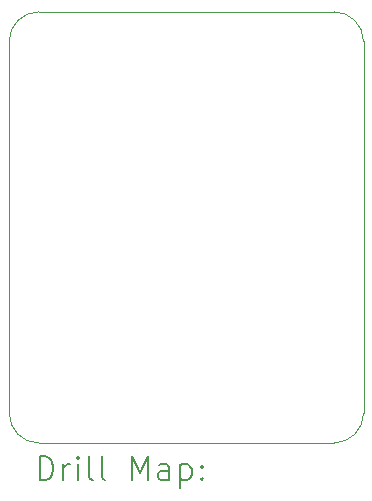
<source format=gbr>
%TF.GenerationSoftware,KiCad,Pcbnew,8.0.5*%
%TF.CreationDate,2024-11-27T14:25:13+01:00*%
%TF.ProjectId,PCB_TOF_droit,5043425f-544f-4465-9f64-726f69742e6b,rev?*%
%TF.SameCoordinates,Original*%
%TF.FileFunction,Drillmap*%
%TF.FilePolarity,Positive*%
%FSLAX45Y45*%
G04 Gerber Fmt 4.5, Leading zero omitted, Abs format (unit mm)*
G04 Created by KiCad (PCBNEW 8.0.5) date 2024-11-27 14:25:13*
%MOMM*%
%LPD*%
G01*
G04 APERTURE LIST*
%ADD10C,0.050000*%
%ADD11C,0.200000*%
G04 APERTURE END LIST*
D10*
X14725000Y-10800000D02*
G75*
G02*
X14475000Y-10550000I0J250000D01*
G01*
X17225000Y-10800000D02*
X14725000Y-10800000D01*
X14475000Y-7400000D02*
G75*
G02*
X14725000Y-7150000I250000J0D01*
G01*
X17225000Y-7150000D02*
G75*
G02*
X17475000Y-7400000I0J-250000D01*
G01*
X17475000Y-7400000D02*
X17475000Y-10550000D01*
X14475000Y-10550000D02*
X14475000Y-7400000D01*
X17475000Y-10550000D02*
G75*
G02*
X17225000Y-10800000I-250000J0D01*
G01*
X14725000Y-7150000D02*
X17225000Y-7150000D01*
D11*
X14733277Y-11113984D02*
X14733277Y-10913984D01*
X14733277Y-10913984D02*
X14780896Y-10913984D01*
X14780896Y-10913984D02*
X14809467Y-10923508D01*
X14809467Y-10923508D02*
X14828515Y-10942555D01*
X14828515Y-10942555D02*
X14838039Y-10961603D01*
X14838039Y-10961603D02*
X14847562Y-10999698D01*
X14847562Y-10999698D02*
X14847562Y-11028270D01*
X14847562Y-11028270D02*
X14838039Y-11066365D01*
X14838039Y-11066365D02*
X14828515Y-11085412D01*
X14828515Y-11085412D02*
X14809467Y-11104460D01*
X14809467Y-11104460D02*
X14780896Y-11113984D01*
X14780896Y-11113984D02*
X14733277Y-11113984D01*
X14933277Y-11113984D02*
X14933277Y-10980650D01*
X14933277Y-11018746D02*
X14942801Y-10999698D01*
X14942801Y-10999698D02*
X14952324Y-10990174D01*
X14952324Y-10990174D02*
X14971372Y-10980650D01*
X14971372Y-10980650D02*
X14990420Y-10980650D01*
X15057086Y-11113984D02*
X15057086Y-10980650D01*
X15057086Y-10913984D02*
X15047562Y-10923508D01*
X15047562Y-10923508D02*
X15057086Y-10933031D01*
X15057086Y-10933031D02*
X15066610Y-10923508D01*
X15066610Y-10923508D02*
X15057086Y-10913984D01*
X15057086Y-10913984D02*
X15057086Y-10933031D01*
X15180896Y-11113984D02*
X15161848Y-11104460D01*
X15161848Y-11104460D02*
X15152324Y-11085412D01*
X15152324Y-11085412D02*
X15152324Y-10913984D01*
X15285658Y-11113984D02*
X15266610Y-11104460D01*
X15266610Y-11104460D02*
X15257086Y-11085412D01*
X15257086Y-11085412D02*
X15257086Y-10913984D01*
X15514229Y-11113984D02*
X15514229Y-10913984D01*
X15514229Y-10913984D02*
X15580896Y-11056841D01*
X15580896Y-11056841D02*
X15647562Y-10913984D01*
X15647562Y-10913984D02*
X15647562Y-11113984D01*
X15828515Y-11113984D02*
X15828515Y-11009222D01*
X15828515Y-11009222D02*
X15818991Y-10990174D01*
X15818991Y-10990174D02*
X15799943Y-10980650D01*
X15799943Y-10980650D02*
X15761848Y-10980650D01*
X15761848Y-10980650D02*
X15742801Y-10990174D01*
X15828515Y-11104460D02*
X15809467Y-11113984D01*
X15809467Y-11113984D02*
X15761848Y-11113984D01*
X15761848Y-11113984D02*
X15742801Y-11104460D01*
X15742801Y-11104460D02*
X15733277Y-11085412D01*
X15733277Y-11085412D02*
X15733277Y-11066365D01*
X15733277Y-11066365D02*
X15742801Y-11047317D01*
X15742801Y-11047317D02*
X15761848Y-11037793D01*
X15761848Y-11037793D02*
X15809467Y-11037793D01*
X15809467Y-11037793D02*
X15828515Y-11028270D01*
X15923753Y-10980650D02*
X15923753Y-11180650D01*
X15923753Y-10990174D02*
X15942801Y-10980650D01*
X15942801Y-10980650D02*
X15980896Y-10980650D01*
X15980896Y-10980650D02*
X15999943Y-10990174D01*
X15999943Y-10990174D02*
X16009467Y-10999698D01*
X16009467Y-10999698D02*
X16018991Y-11018746D01*
X16018991Y-11018746D02*
X16018991Y-11075889D01*
X16018991Y-11075889D02*
X16009467Y-11094936D01*
X16009467Y-11094936D02*
X15999943Y-11104460D01*
X15999943Y-11104460D02*
X15980896Y-11113984D01*
X15980896Y-11113984D02*
X15942801Y-11113984D01*
X15942801Y-11113984D02*
X15923753Y-11104460D01*
X16104705Y-11094936D02*
X16114229Y-11104460D01*
X16114229Y-11104460D02*
X16104705Y-11113984D01*
X16104705Y-11113984D02*
X16095182Y-11104460D01*
X16095182Y-11104460D02*
X16104705Y-11094936D01*
X16104705Y-11094936D02*
X16104705Y-11113984D01*
X16104705Y-10990174D02*
X16114229Y-10999698D01*
X16114229Y-10999698D02*
X16104705Y-11009222D01*
X16104705Y-11009222D02*
X16095182Y-10999698D01*
X16095182Y-10999698D02*
X16104705Y-10990174D01*
X16104705Y-10990174D02*
X16104705Y-11009222D01*
M02*

</source>
